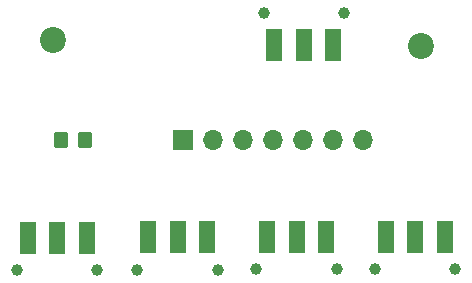
<source format=gbr>
%TF.GenerationSoftware,KiCad,Pcbnew,8.0.5*%
%TF.CreationDate,2024-11-11T00:13:19-08:00*%
%TF.ProjectId,Switch Lock,53776974-6368-4204-9c6f-636b2e6b6963,rev?*%
%TF.SameCoordinates,Original*%
%TF.FileFunction,Soldermask,Top*%
%TF.FilePolarity,Negative*%
%FSLAX46Y46*%
G04 Gerber Fmt 4.6, Leading zero omitted, Abs format (unit mm)*
G04 Created by KiCad (PCBNEW 8.0.5) date 2024-11-11 00:13:19*
%MOMM*%
%LPD*%
G01*
G04 APERTURE LIST*
G04 Aperture macros list*
%AMRoundRect*
0 Rectangle with rounded corners*
0 $1 Rounding radius*
0 $2 $3 $4 $5 $6 $7 $8 $9 X,Y pos of 4 corners*
0 Add a 4 corners polygon primitive as box body*
4,1,4,$2,$3,$4,$5,$6,$7,$8,$9,$2,$3,0*
0 Add four circle primitives for the rounded corners*
1,1,$1+$1,$2,$3*
1,1,$1+$1,$4,$5*
1,1,$1+$1,$6,$7*
1,1,$1+$1,$8,$9*
0 Add four rect primitives between the rounded corners*
20,1,$1+$1,$2,$3,$4,$5,0*
20,1,$1+$1,$4,$5,$6,$7,0*
20,1,$1+$1,$6,$7,$8,$9,0*
20,1,$1+$1,$8,$9,$2,$3,0*%
G04 Aperture macros list end*
%ADD10C,2.200000*%
%ADD11RoundRect,0.250000X-0.350000X-0.450000X0.350000X-0.450000X0.350000X0.450000X-0.350000X0.450000X0*%
%ADD12C,1.000000*%
%ADD13RoundRect,0.102000X0.600000X1.250000X-0.600000X1.250000X-0.600000X-1.250000X0.600000X-1.250000X0*%
%ADD14RoundRect,0.102000X-0.600000X-1.250000X0.600000X-1.250000X0.600000X1.250000X-0.600000X1.250000X0*%
%ADD15R,1.700000X1.700000*%
%ADD16O,1.700000X1.700000*%
G04 APERTURE END LIST*
D10*
%TO.C,REF\u002A\u002A*%
X127670000Y-60760000D03*
%TD*%
D11*
%TO.C,R1*%
X97210000Y-68690000D03*
X99210000Y-68690000D03*
%TD*%
D12*
%TO.C,Status1*%
X121150000Y-57931750D03*
X114350000Y-57931750D03*
D13*
X120250000Y-60681750D03*
X117750000Y-60681750D03*
X115250000Y-60681750D03*
%TD*%
D12*
%TO.C,S2*%
X103670000Y-79690000D03*
X110470000Y-79690000D03*
D14*
X104570000Y-76940000D03*
X107070000Y-76940000D03*
X109570000Y-76940000D03*
%TD*%
D12*
%TO.C,S1*%
X93490000Y-79728250D03*
X100290000Y-79728250D03*
D14*
X94390000Y-76978250D03*
X96890000Y-76978250D03*
X99390000Y-76978250D03*
%TD*%
D12*
%TO.C,S4*%
X123800000Y-79638250D03*
X130600000Y-79638250D03*
D14*
X124700000Y-76888250D03*
X127200000Y-76888250D03*
X129700000Y-76888250D03*
%TD*%
D15*
%TO.C,J2*%
X107490000Y-68720000D03*
D16*
X110030000Y-68720000D03*
X112570000Y-68720000D03*
X115110000Y-68720000D03*
X117650000Y-68720000D03*
X120190000Y-68720000D03*
X122730000Y-68720000D03*
%TD*%
D12*
%TO.C,S3*%
X113750000Y-79620000D03*
X120550000Y-79620000D03*
D14*
X114650000Y-76870000D03*
X117150000Y-76870000D03*
X119650000Y-76870000D03*
%TD*%
D10*
%TO.C,REF\u002A\u002A*%
X96490000Y-60220000D03*
%TD*%
M02*

</source>
